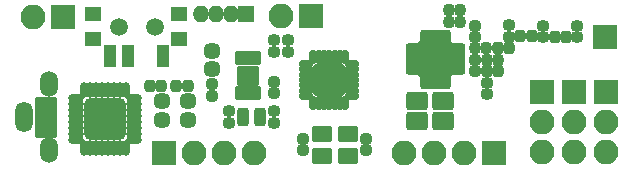
<source format=gts>
G04 #@! TF.GenerationSoftware,KiCad,Pcbnew,(6.0.4)*
G04 #@! TF.CreationDate,2022-06-20T11:49:59+10:00*
G04 #@! TF.ProjectId,microBoSL,6d696372-6f42-46f5-934c-2e6b69636164,0.3.0R*
G04 #@! TF.SameCoordinates,Original*
G04 #@! TF.FileFunction,Soldermask,Top*
G04 #@! TF.FilePolarity,Negative*
%FSLAX46Y46*%
G04 Gerber Fmt 4.6, Leading zero omitted, Abs format (unit mm)*
G04 Created by KiCad (PCBNEW (6.0.4)) date 2022-06-20 11:49:59*
%MOMM*%
%LPD*%
G01*
G04 APERTURE LIST*
G04 Aperture macros list*
%AMRoundRect*
0 Rectangle with rounded corners*
0 $1 Rounding radius*
0 $2 $3 $4 $5 $6 $7 $8 $9 X,Y pos of 4 corners*
0 Add a 4 corners polygon primitive as box body*
4,1,4,$2,$3,$4,$5,$6,$7,$8,$9,$2,$3,0*
0 Add four circle primitives for the rounded corners*
1,1,$1+$1,$2,$3*
1,1,$1+$1,$4,$5*
1,1,$1+$1,$6,$7*
1,1,$1+$1,$8,$9*
0 Add four rect primitives between the rounded corners*
20,1,$1+$1,$2,$3,$4,$5,0*
20,1,$1+$1,$4,$5,$6,$7,0*
20,1,$1+$1,$6,$7,$8,$9,0*
20,1,$1+$1,$8,$9,$2,$3,0*%
%AMFreePoly0*
4,1,30,0.350650,0.309776,0.394844,0.291470,0.459727,0.248115,0.523115,0.184727,0.566470,0.119844,0.584776,0.075650,0.600000,-0.000888,0.600000,-0.062500,0.584776,-0.139038,0.566470,-0.183232,0.514963,-0.255823,0.458232,-0.291470,0.414038,-0.309776,0.337500,-0.325000,-0.337500,-0.325000,-0.414038,-0.309776,-0.458232,-0.291470,-0.530823,-0.239963,-0.566470,-0.183232,-0.584776,-0.139038,
-0.600000,-0.062500,-0.600000,0.062500,-0.584776,0.139038,-0.566470,0.183232,-0.514963,0.255823,-0.458232,0.291470,-0.414038,0.309776,-0.337500,0.325000,0.274112,0.325000,0.350650,0.309776,0.350650,0.309776,$1*%
%AMFreePoly1*
4,1,30,0.414038,0.309776,0.458232,0.291470,0.530823,0.239963,0.566470,0.183232,0.584776,0.139038,0.600000,0.062500,0.600000,0.000888,0.584776,-0.075650,0.566470,-0.119844,0.523115,-0.184727,0.459727,-0.248115,0.394844,-0.291470,0.350650,-0.309776,0.274112,-0.325000,-0.337500,-0.325000,-0.414038,-0.309776,-0.458232,-0.291470,-0.530823,-0.239963,-0.566470,-0.183232,-0.584776,-0.139038,
-0.600000,-0.062500,-0.600000,0.062500,-0.584776,0.139038,-0.566470,0.183232,-0.514963,0.255823,-0.458232,0.291470,-0.414038,0.309776,-0.337500,0.325000,0.337500,0.325000,0.414038,0.309776,0.414038,0.309776,$1*%
%AMFreePoly2*
4,1,30,0.139038,0.584776,0.183232,0.566470,0.255823,0.514963,0.291470,0.458232,0.309776,0.414038,0.325000,0.337500,0.325000,-0.337500,0.309776,-0.414038,0.291470,-0.458232,0.239963,-0.530823,0.183232,-0.566470,0.139038,-0.584776,0.062500,-0.600000,-0.062500,-0.600000,-0.139038,-0.584776,-0.183232,-0.566470,-0.255823,-0.514963,-0.291470,-0.458232,-0.309776,-0.414038,-0.325000,-0.337500,
-0.325000,0.274112,-0.309776,0.350650,-0.291470,0.394844,-0.248115,0.459727,-0.184727,0.523115,-0.119844,0.566470,-0.075650,0.584776,0.000888,0.600000,0.062500,0.600000,0.139038,0.584776,0.139038,0.584776,$1*%
%AMFreePoly3*
4,1,30,0.075650,0.584776,0.119844,0.566470,0.184727,0.523115,0.248115,0.459727,0.291470,0.394844,0.309776,0.350650,0.325000,0.274112,0.325000,-0.337500,0.309776,-0.414038,0.291470,-0.458232,0.239963,-0.530823,0.183232,-0.566470,0.139038,-0.584776,0.062500,-0.600000,-0.062500,-0.600000,-0.139038,-0.584776,-0.183232,-0.566470,-0.255823,-0.514963,-0.291470,-0.458232,-0.309776,-0.414038,
-0.325000,-0.337500,-0.325000,0.337500,-0.309776,0.414038,-0.291470,0.458232,-0.239963,0.530823,-0.183232,0.566470,-0.139038,0.584776,-0.062500,0.600000,-0.000888,0.600000,0.075650,0.584776,0.075650,0.584776,$1*%
%AMFreePoly4*
4,1,30,0.414038,0.309776,0.458232,0.291470,0.530823,0.239963,0.566470,0.183232,0.584776,0.139038,0.600000,0.062500,0.600000,-0.062500,0.584776,-0.139038,0.566470,-0.183232,0.514963,-0.255823,0.458232,-0.291470,0.414038,-0.309776,0.337500,-0.325000,-0.274112,-0.325000,-0.350650,-0.309776,-0.394844,-0.291470,-0.459727,-0.248115,-0.523115,-0.184727,-0.566470,-0.119844,-0.584776,-0.075650,
-0.600000,0.000888,-0.600000,0.062500,-0.584776,0.139038,-0.566470,0.183232,-0.514963,0.255823,-0.458232,0.291470,-0.414038,0.309776,-0.337500,0.325000,0.337500,0.325000,0.414038,0.309776,0.414038,0.309776,$1*%
%AMFreePoly5*
4,1,30,0.414038,0.309776,0.458232,0.291470,0.530823,0.239963,0.566470,0.183232,0.584776,0.139038,0.600000,0.062500,0.600000,-0.062500,0.584776,-0.139038,0.566470,-0.183232,0.514963,-0.255823,0.458232,-0.291470,0.414038,-0.309776,0.337500,-0.325000,-0.337500,-0.325000,-0.414038,-0.309776,-0.458232,-0.291470,-0.530823,-0.239963,-0.566470,-0.183232,-0.584776,-0.139038,-0.600000,-0.062500,
-0.600000,-0.000888,-0.584776,0.075650,-0.566470,0.119844,-0.523115,0.184727,-0.459727,0.248115,-0.394844,0.291470,-0.350650,0.309776,-0.274112,0.325000,0.337500,0.325000,0.414038,0.309776,0.414038,0.309776,$1*%
%AMFreePoly6*
4,1,30,0.139038,0.584776,0.183232,0.566470,0.255823,0.514963,0.291470,0.458232,0.309776,0.414038,0.325000,0.337500,0.325000,-0.274112,0.309776,-0.350650,0.291470,-0.394844,0.248115,-0.459727,0.184727,-0.523115,0.119844,-0.566470,0.075650,-0.584776,-0.000888,-0.600000,-0.062500,-0.600000,-0.139038,-0.584776,-0.183232,-0.566470,-0.255823,-0.514963,-0.291470,-0.458232,-0.309776,-0.414038,
-0.325000,-0.337500,-0.325000,0.337500,-0.309776,0.414038,-0.291470,0.458232,-0.239963,0.530823,-0.183232,0.566470,-0.139038,0.584776,-0.062500,0.600000,0.062500,0.600000,0.139038,0.584776,0.139038,0.584776,$1*%
%AMFreePoly7*
4,1,30,0.139038,0.584776,0.183232,0.566470,0.255823,0.514963,0.291470,0.458232,0.309776,0.414038,0.325000,0.337500,0.325000,-0.337500,0.309776,-0.414038,0.291470,-0.458232,0.239963,-0.530823,0.183232,-0.566470,0.139038,-0.584776,0.062500,-0.600000,0.000888,-0.600000,-0.075650,-0.584776,-0.119844,-0.566470,-0.184727,-0.523115,-0.248115,-0.459727,-0.291470,-0.394844,-0.309776,-0.350650,
-0.325000,-0.274112,-0.325000,0.337500,-0.309776,0.414038,-0.291470,0.458232,-0.239963,0.530823,-0.183232,0.566470,-0.139038,0.584776,-0.062500,0.600000,0.062500,0.600000,0.139038,0.584776,0.139038,0.584776,$1*%
G04 Aperture macros list end*
%ADD10RoundRect,0.347500X0.172500X-0.147500X0.172500X0.147500X-0.172500X0.147500X-0.172500X-0.147500X0*%
%ADD11RoundRect,0.347500X-0.172500X0.147500X-0.172500X-0.147500X0.172500X-0.147500X0.172500X0.147500X0*%
%ADD12RoundRect,0.418750X-0.256250X0.218750X-0.256250X-0.218750X0.256250X-0.218750X0.256250X0.218750X0*%
%ADD13RoundRect,0.418750X0.256250X-0.218750X0.256250X0.218750X-0.256250X0.218750X-0.256250X-0.218750X0*%
%ADD14RoundRect,0.200000X0.850000X-0.850000X0.850000X0.850000X-0.850000X0.850000X-0.850000X-0.850000X0*%
%ADD15O,2.100000X2.100000*%
%ADD16RoundRect,0.200000X-0.850000X0.850000X-0.850000X-0.850000X0.850000X-0.850000X0.850000X0.850000X0*%
%ADD17RoundRect,0.347500X0.147500X0.172500X-0.147500X0.172500X-0.147500X-0.172500X0.147500X-0.172500X0*%
%ADD18RoundRect,0.200000X-0.850000X-0.850000X0.850000X-0.850000X0.850000X0.850000X-0.850000X0.850000X0*%
%ADD19RoundRect,0.262500X-0.062500X0.375000X-0.062500X-0.375000X0.062500X-0.375000X0.062500X0.375000X0*%
%ADD20RoundRect,0.262500X-0.375000X0.062500X-0.375000X-0.062500X0.375000X-0.062500X0.375000X0.062500X0*%
%ADD21RoundRect,0.451100X-1.298900X1.298900X-1.298900X-1.298900X1.298900X-1.298900X1.298900X1.298900X0*%
%ADD22RoundRect,0.200000X-0.750000X0.225000X-0.750000X-0.225000X0.750000X-0.225000X0.750000X0.225000X0*%
%ADD23O,1.500000X2.200000*%
%ADD24O,1.500000X2.600000*%
%ADD25RoundRect,0.200000X0.150000X-0.375000X0.150000X0.375000X-0.150000X0.375000X-0.150000X-0.375000X0*%
%ADD26RoundRect,0.200000X0.730000X-0.680000X0.730000X0.680000X-0.730000X0.680000X-0.730000X-0.680000X0*%
%ADD27RoundRect,0.200000X0.650000X0.500000X-0.650000X0.500000X-0.650000X-0.500000X0.650000X-0.500000X0*%
%ADD28RoundRect,0.200000X-0.500000X0.500000X-0.500000X-0.500000X0.500000X-0.500000X0.500000X0.500000X0*%
%ADD29O,1.400000X1.400000*%
%ADD30RoundRect,0.200000X-0.300000X-0.550000X0.300000X-0.550000X0.300000X0.550000X-0.300000X0.550000X0*%
%ADD31FreePoly0,90.000000*%
%ADD32RoundRect,0.262500X0.062500X-0.337500X0.062500X0.337500X-0.062500X0.337500X-0.062500X-0.337500X0*%
%ADD33FreePoly1,90.000000*%
%ADD34FreePoly2,90.000000*%
%ADD35RoundRect,0.262500X0.337500X-0.062500X0.337500X0.062500X-0.337500X0.062500X-0.337500X-0.062500X0*%
%ADD36FreePoly3,90.000000*%
%ADD37FreePoly4,90.000000*%
%ADD38FreePoly5,90.000000*%
%ADD39FreePoly6,90.000000*%
%ADD40FreePoly7,90.000000*%
%ADD41RoundRect,0.450001X0.949999X-0.949999X0.949999X0.949999X-0.949999X0.949999X-0.949999X-0.949999X0*%
%ADD42RoundRect,0.335000X-0.185000X0.135000X-0.185000X-0.135000X0.185000X-0.135000X0.185000X0.135000X0*%
%ADD43RoundRect,0.340000X0.140000X0.170000X-0.140000X0.170000X-0.140000X-0.170000X0.140000X-0.170000X0*%
%ADD44RoundRect,0.335000X0.185000X-0.135000X0.185000X0.135000X-0.185000X0.135000X-0.185000X-0.135000X0*%
%ADD45RoundRect,0.340000X0.170000X-0.140000X0.170000X0.140000X-0.170000X0.140000X-0.170000X-0.140000X0*%
%ADD46RoundRect,0.347500X-0.147500X-0.172500X0.147500X-0.172500X0.147500X0.172500X-0.147500X0.172500X0*%
%ADD47RoundRect,0.200000X0.500000X0.400000X-0.500000X0.400000X-0.500000X-0.400000X0.500000X-0.400000X0*%
%ADD48C,1.500000*%
%ADD49RoundRect,0.200000X0.350000X0.750000X-0.350000X0.750000X-0.350000X-0.750000X0.350000X-0.750000X0*%
%ADD50RoundRect,0.340000X-0.140000X-0.170000X0.140000X-0.170000X0.140000X0.170000X-0.140000X0.170000X0*%
%ADD51RoundRect,0.200000X1.300000X1.300000X-1.300000X1.300000X-1.300000X-1.300000X1.300000X-1.300000X0*%
%ADD52RoundRect,0.262500X0.062500X0.362500X-0.062500X0.362500X-0.062500X-0.362500X0.062500X-0.362500X0*%
%ADD53RoundRect,0.262500X0.362500X0.062500X-0.362500X0.062500X-0.362500X-0.062500X0.362500X-0.062500X0*%
%ADD54RoundRect,0.200000X0.700000X0.600000X-0.700000X0.600000X-0.700000X-0.600000X0.700000X-0.600000X0*%
%ADD55RoundRect,0.340000X-0.170000X0.140000X-0.170000X-0.140000X0.170000X-0.140000X0.170000X0.140000X0*%
G04 APERTURE END LIST*
D10*
X130100000Y-113185000D03*
X130100000Y-112215000D03*
D11*
X124800000Y-112215000D03*
X124800000Y-113185000D03*
X122310000Y-107405000D03*
X122310000Y-108375000D03*
D12*
X115025000Y-109052500D03*
X115025000Y-110627500D03*
X112810000Y-109052500D03*
X112810000Y-110627500D03*
D13*
X117040000Y-106357500D03*
X117040000Y-104782500D03*
D14*
X112980000Y-113390000D03*
D15*
X115520000Y-113390000D03*
X118060000Y-113390000D03*
X120600000Y-113390000D03*
D16*
X140920000Y-113390000D03*
D15*
X138380000Y-113390000D03*
X135840000Y-113390000D03*
X133300000Y-113390000D03*
D17*
X112795000Y-107740000D03*
X111825000Y-107740000D03*
D11*
X117040000Y-107625000D03*
X117040000Y-108595000D03*
D18*
X145000000Y-108275000D03*
D15*
X145000000Y-110815000D03*
X145000000Y-113355000D03*
D19*
X109760000Y-108102500D03*
X109260000Y-108102500D03*
X108760000Y-108102500D03*
X108260000Y-108102500D03*
X107760000Y-108102500D03*
X107260000Y-108102500D03*
X106760000Y-108102500D03*
X106260000Y-108102500D03*
D20*
X105572500Y-108790000D03*
X105572500Y-109290000D03*
X105572500Y-109790000D03*
X105572500Y-110290000D03*
X105572500Y-110790000D03*
X105572500Y-111290000D03*
X105572500Y-111790000D03*
X105572500Y-112290000D03*
D19*
X106260000Y-112977500D03*
X106760000Y-112977500D03*
X107260000Y-112977500D03*
X107760000Y-112977500D03*
X108260000Y-112977500D03*
X108760000Y-112977500D03*
X109260000Y-112977500D03*
X109760000Y-112977500D03*
D20*
X110447500Y-112290000D03*
X110447500Y-111790000D03*
X110447500Y-111290000D03*
X110447500Y-110790000D03*
X110447500Y-110290000D03*
X110447500Y-109790000D03*
X110447500Y-109290000D03*
X110447500Y-108790000D03*
D21*
X108010000Y-110540000D03*
D22*
X103050000Y-109100000D03*
X103050000Y-109750000D03*
X103050000Y-110400000D03*
X103050000Y-111050000D03*
X103050000Y-111700000D03*
D23*
X103300000Y-107600000D03*
D24*
X101150000Y-110400000D03*
D23*
X103300000Y-113200000D03*
D18*
X150400000Y-108275000D03*
D15*
X150400000Y-110815000D03*
X150400000Y-113355000D03*
D17*
X115010000Y-107740000D03*
X114040000Y-107740000D03*
D25*
X119360000Y-108370000D03*
X119860000Y-108370000D03*
X120360000Y-108370000D03*
X120860000Y-108370000D03*
X120860000Y-105370000D03*
X120360000Y-105370000D03*
X119860000Y-105370000D03*
X119360000Y-105370000D03*
D26*
X120110000Y-106870000D03*
D27*
X128550000Y-111850000D03*
X126350000Y-111850000D03*
X126350000Y-113650000D03*
X128550000Y-113650000D03*
D28*
X119955000Y-101650000D03*
D29*
X118685000Y-101650000D03*
X117415000Y-101650000D03*
X116145000Y-101650000D03*
D18*
X147700000Y-108275000D03*
D15*
X147700000Y-110815000D03*
X147700000Y-113355000D03*
D30*
X119710000Y-110390000D03*
X121110000Y-110390000D03*
D31*
X125660000Y-109190000D03*
D32*
X126110000Y-109190000D03*
X126560000Y-109190000D03*
X127010000Y-109190000D03*
X127460000Y-109190000D03*
X127910000Y-109190000D03*
D33*
X128360000Y-109190000D03*
D34*
X128960000Y-108590000D03*
D35*
X128960000Y-108140000D03*
X128960000Y-107690000D03*
X128960000Y-107240000D03*
X128960000Y-106790000D03*
X128960000Y-106340000D03*
D36*
X128960000Y-105890000D03*
D37*
X128360000Y-105290000D03*
D32*
X127910000Y-105290000D03*
X127460000Y-105290000D03*
X127010000Y-105290000D03*
X126560000Y-105290000D03*
X126110000Y-105290000D03*
D38*
X125660000Y-105290000D03*
D39*
X125060000Y-105890000D03*
D35*
X125060000Y-106340000D03*
X125060000Y-106790000D03*
X125060000Y-107240000D03*
X125060000Y-107690000D03*
X125060000Y-108140000D03*
D40*
X125060000Y-108590000D03*
D41*
X127010000Y-107240000D03*
D16*
X104440000Y-101900000D03*
D15*
X101900000Y-101900000D03*
D42*
X123500000Y-103890000D03*
X123500000Y-104910000D03*
D43*
X141310000Y-105550000D03*
X140350000Y-105550000D03*
D44*
X122310000Y-104910000D03*
X122310000Y-103890000D03*
D45*
X118510000Y-110870000D03*
X118510000Y-109910000D03*
D46*
X141245000Y-104550000D03*
X142215000Y-104550000D03*
X143165000Y-103555000D03*
X144135000Y-103555000D03*
X140345000Y-106525000D03*
X141315000Y-106525000D03*
D47*
X114260000Y-101690000D03*
X106960000Y-103790000D03*
X106960000Y-101690000D03*
D48*
X112210000Y-102740000D03*
D47*
X114260000Y-103790000D03*
D48*
X109210000Y-102740000D03*
D49*
X112960000Y-105190000D03*
X109960000Y-105190000D03*
X108460000Y-105190000D03*
D50*
X137110000Y-102330000D03*
X138070000Y-102330000D03*
D45*
X122310000Y-110870000D03*
X122310000Y-109910000D03*
X145100000Y-103595000D03*
X145100000Y-102635000D03*
D10*
X139380000Y-106510000D03*
X139380000Y-105540000D03*
D51*
X135985000Y-105490000D03*
D52*
X136985000Y-107415000D03*
X136485000Y-107415000D03*
X135985000Y-107415000D03*
X135485000Y-107415000D03*
X134985000Y-107415000D03*
D53*
X134060000Y-106490000D03*
X134060000Y-105990000D03*
X134060000Y-105490000D03*
X134060000Y-104990000D03*
X134060000Y-104490000D03*
D52*
X134985000Y-103565000D03*
X135485000Y-103565000D03*
X135985000Y-103565000D03*
X136485000Y-103565000D03*
X136985000Y-103565000D03*
D53*
X137910000Y-104490000D03*
X137910000Y-104990000D03*
X137910000Y-105490000D03*
X137910000Y-105990000D03*
X137910000Y-106490000D03*
D54*
X136660000Y-108990000D03*
X134460000Y-108990000D03*
X134460000Y-110690000D03*
X136660000Y-110690000D03*
D14*
X150340000Y-103605000D03*
D45*
X148010000Y-103605000D03*
X148010000Y-102645000D03*
D43*
X140310000Y-104575000D03*
X139350000Y-104575000D03*
D55*
X140355000Y-107470000D03*
X140355000Y-108430000D03*
D11*
X139380000Y-102665000D03*
X139380000Y-103635000D03*
D46*
X146075000Y-103565000D03*
X147045000Y-103565000D03*
D16*
X125485000Y-101840000D03*
D15*
X122945000Y-101840000D03*
D45*
X142200000Y-103585000D03*
X142200000Y-102625000D03*
D50*
X137105000Y-101290000D03*
X138065000Y-101290000D03*
M02*

</source>
